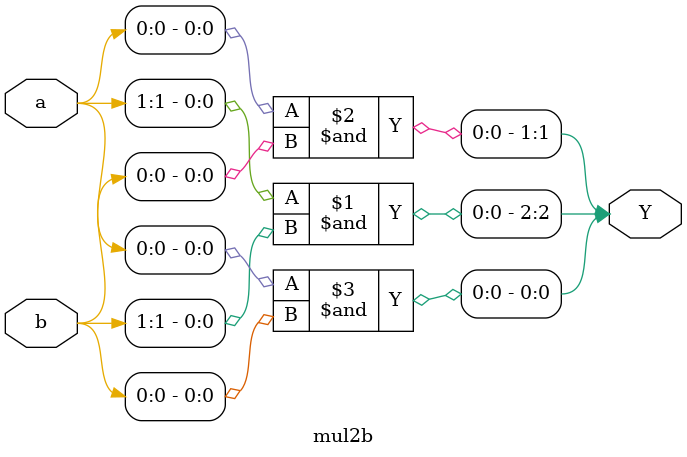
<source format=v>
module mul2b (
    input wire [1:0]a,b,
    output wire [2:0]Y
);

    assign Y[2] = a[1] & b[1];
    assign Y[1] = a[0] & b[0];
    assign Y[0] = a[0] & b[0];
endmodule

</source>
